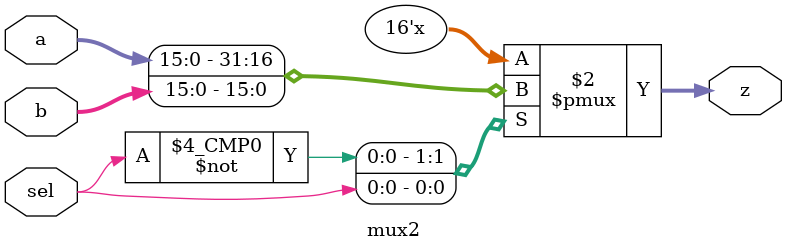
<source format=sv>
module mux2 #(parameter width = 16)
(
	input sel,
	input [width-1:0] a, b,
	output logic [width-1:0] z
);

always_comb
begin
    unique case(sel)
        1'b0: z = a;
        1'b1: z = b;
	endcase
end

endmodule : mux2

</source>
